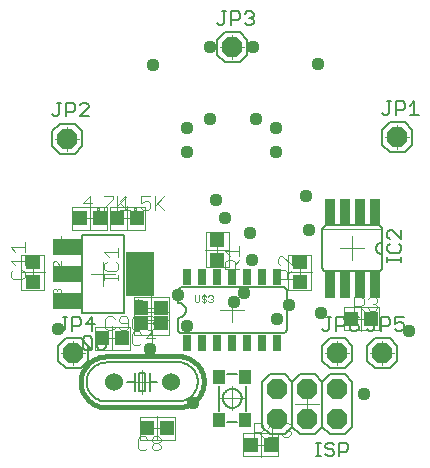
<source format=gto>
G75*
G70*
%OFA0B0*%
%FSLAX24Y24*%
%IPPOS*%
%LPD*%
%AMOC8*
5,1,8,0,0,1.08239X$1,22.5*
%
%ADD10C,0.0080*%
%ADD11R,0.0316X0.0552*%
%ADD12C,0.0020*%
%ADD13C,0.0000*%
%ADD14C,0.0160*%
%ADD15C,0.0060*%
%ADD16C,0.0600*%
%ADD17C,0.0050*%
%ADD18R,0.0340X0.0880*%
%ADD19OC8,0.0680*%
%ADD20C,0.0059*%
%ADD21R,0.0395X0.0474*%
%ADD22R,0.0474X0.0513*%
%ADD23C,0.0040*%
%ADD24R,0.0513X0.0474*%
%ADD25R,0.0960X0.0560*%
%ADD26R,0.0946X0.1497*%
%ADD27C,0.0440*%
D10*
X002911Y005510D02*
X002911Y008090D01*
X004311Y008090D01*
X004311Y005510D01*
X002911Y005510D01*
X006091Y005340D02*
X006091Y004944D01*
X006096Y004924D01*
X006104Y004905D01*
X006115Y004887D01*
X006128Y004871D01*
X006144Y004858D01*
X006161Y004847D01*
X006180Y004839D01*
X006200Y004834D01*
X006221Y004832D01*
X006242Y004833D01*
X006241Y004834D02*
X009621Y004834D01*
X009621Y004833D02*
X009641Y004838D01*
X009660Y004846D01*
X009678Y004857D01*
X009694Y004870D01*
X009707Y004886D01*
X009718Y004903D01*
X009726Y004922D01*
X009731Y004942D01*
X009733Y004963D01*
X009732Y004984D01*
X009731Y004984D02*
X009731Y006216D01*
X009729Y006239D01*
X009724Y006262D01*
X009715Y006284D01*
X009702Y006304D01*
X009687Y006322D01*
X009669Y006337D01*
X009649Y006350D01*
X009627Y006359D01*
X009604Y006364D01*
X009581Y006366D01*
X006241Y006366D01*
X006241Y006367D02*
X006217Y006362D01*
X006194Y006354D01*
X006173Y006343D01*
X006153Y006329D01*
X006135Y006312D01*
X006120Y006293D01*
X006107Y006272D01*
X006098Y006250D01*
X006092Y006226D01*
X006090Y006202D01*
X006091Y006177D01*
X006091Y006172D02*
X006091Y005840D01*
X006111Y005840D02*
X006141Y005838D01*
X006171Y005833D01*
X006200Y005824D01*
X006227Y005811D01*
X006253Y005796D01*
X006277Y005777D01*
X006298Y005756D01*
X006317Y005732D01*
X006332Y005706D01*
X006345Y005679D01*
X006354Y005650D01*
X006359Y005620D01*
X006361Y005590D01*
X006359Y005560D01*
X006354Y005530D01*
X006345Y005501D01*
X006332Y005474D01*
X006317Y005448D01*
X006298Y005424D01*
X006277Y005403D01*
X006253Y005384D01*
X006227Y005369D01*
X006200Y005356D01*
X006171Y005347D01*
X006141Y005342D01*
X006111Y005340D01*
X007726Y003461D02*
X008085Y003461D01*
X008368Y003059D02*
X008368Y002241D01*
X008085Y001847D02*
X007726Y001847D01*
X007463Y002241D02*
X007463Y003059D01*
D11*
X007411Y004498D03*
X006911Y004498D03*
X006411Y004498D03*
X007911Y004498D03*
X008411Y004498D03*
X008911Y004498D03*
X009411Y004498D03*
X009411Y006702D03*
X008911Y006702D03*
X008411Y006702D03*
X007911Y006702D03*
X007411Y006702D03*
X006911Y006702D03*
X006411Y006702D03*
D12*
X006671Y006080D02*
X006671Y005897D01*
X006708Y005860D01*
X006781Y005860D01*
X006818Y005897D01*
X006818Y006080D01*
X006892Y006043D02*
X006892Y006007D01*
X006929Y005970D01*
X007002Y005970D01*
X007039Y005933D01*
X007039Y005897D01*
X007002Y005860D01*
X006929Y005860D01*
X006892Y005897D01*
X006966Y005823D02*
X006966Y006117D01*
X007002Y006080D02*
X006929Y006080D01*
X006892Y006043D01*
X007002Y006080D02*
X007039Y006043D01*
X007113Y006043D02*
X007150Y006080D01*
X007223Y006080D01*
X007260Y006043D01*
X007260Y006007D01*
X007223Y005970D01*
X007260Y005933D01*
X007260Y005897D01*
X007223Y005860D01*
X007150Y005860D01*
X007113Y005897D01*
X007187Y005970D02*
X007223Y005970D01*
X007024Y007020D02*
X007024Y008180D01*
X007798Y008180D01*
X007798Y007020D01*
X007024Y007020D01*
X005791Y006037D02*
X005791Y005263D01*
X004631Y005263D01*
X004631Y006037D01*
X005791Y006037D01*
X005791Y005537D02*
X005791Y004763D01*
X004631Y004763D01*
X004631Y005537D01*
X005791Y005537D01*
X004491Y005037D02*
X004491Y004263D01*
X003331Y004263D01*
X003331Y005037D01*
X004491Y005037D01*
X001648Y006270D02*
X000874Y006270D01*
X000874Y007430D01*
X001648Y007430D01*
X001648Y006270D01*
X002581Y008263D02*
X002581Y009037D01*
X003741Y009037D01*
X003741Y008263D01*
X002581Y008263D01*
X003831Y008263D02*
X003831Y009037D01*
X004991Y009037D01*
X004991Y008263D01*
X003831Y008263D01*
X009774Y007430D02*
X009774Y006270D01*
X010548Y006270D01*
X010548Y007430D01*
X009774Y007430D01*
X010911Y008280D02*
X012911Y008280D01*
X012791Y005687D02*
X011631Y005687D01*
X011631Y004913D01*
X012791Y004913D01*
X012791Y005687D01*
X009441Y001487D02*
X009441Y000713D01*
X008281Y000713D01*
X008281Y001487D01*
X009441Y001487D01*
X005991Y001263D02*
X005991Y002037D01*
X004831Y002037D01*
X004831Y001263D01*
X005991Y001263D01*
D13*
X005811Y001650D02*
X005011Y001650D01*
X005411Y001250D02*
X005411Y002050D01*
X004911Y002800D02*
X004911Y003600D01*
X004511Y003200D02*
X005311Y003200D01*
X005211Y004750D02*
X005211Y005550D01*
X005211Y005250D02*
X005211Y006050D01*
X004811Y005650D02*
X005611Y005650D01*
X005611Y005150D02*
X004811Y005150D01*
X004311Y004650D02*
X003511Y004650D01*
X003911Y004250D02*
X003911Y005050D01*
X003011Y004150D02*
X002211Y004150D01*
X002611Y003750D02*
X002611Y004550D01*
X003611Y006400D02*
X003611Y007200D01*
X003211Y006800D02*
X004011Y006800D01*
X004411Y008250D02*
X004411Y009050D01*
X004011Y008650D02*
X004811Y008650D01*
X003561Y008650D02*
X002761Y008650D01*
X003161Y008250D02*
X003161Y009050D01*
X002411Y010900D02*
X002411Y011700D01*
X002011Y011300D02*
X002811Y011300D01*
X001261Y007250D02*
X001261Y006450D01*
X000861Y006850D02*
X001661Y006850D01*
X007011Y007600D02*
X007811Y007600D01*
X007411Y007200D02*
X007411Y008000D01*
X007911Y006000D02*
X007911Y005200D01*
X007511Y005600D02*
X008311Y005600D01*
X009761Y006850D02*
X010561Y006850D01*
X010161Y006450D02*
X010161Y007250D01*
X011511Y007650D02*
X012311Y007650D01*
X011911Y007250D02*
X011911Y008050D01*
X012211Y005700D02*
X012211Y004900D01*
X011811Y005300D02*
X012611Y005300D01*
X012911Y004550D02*
X012911Y003750D01*
X012511Y004150D02*
X013311Y004150D01*
X011811Y004150D02*
X011011Y004150D01*
X011411Y003750D02*
X011411Y004550D01*
X010411Y002850D02*
X010411Y002050D01*
X010011Y002450D02*
X010811Y002450D01*
X009261Y001100D02*
X008461Y001100D01*
X008861Y000700D02*
X008861Y001500D01*
X007911Y002250D02*
X007911Y003050D01*
X007511Y002650D02*
X008311Y002650D01*
X013411Y010950D02*
X013411Y011750D01*
X013011Y011350D02*
X013811Y011350D01*
X008311Y014350D02*
X007511Y014350D01*
X007911Y013950D02*
X007911Y014750D01*
D14*
X006108Y004054D02*
X003708Y004046D01*
X003651Y004044D01*
X003595Y004038D01*
X003539Y004028D01*
X003484Y004015D01*
X003429Y003998D01*
X003376Y003977D01*
X003325Y003953D01*
X003275Y003926D01*
X003228Y003895D01*
X003182Y003861D01*
X003139Y003824D01*
X003098Y003785D01*
X003060Y003743D01*
X003025Y003698D01*
X002993Y003651D01*
X002964Y003602D01*
X002939Y003551D01*
X002917Y003499D01*
X002898Y003445D01*
X002883Y003390D01*
X002872Y003334D01*
X002865Y003278D01*
X002861Y003221D01*
X002862Y003165D01*
X002866Y003108D01*
X002873Y003052D01*
X002885Y002996D01*
X002900Y002941D01*
X002919Y002888D01*
X002941Y002836D01*
X002967Y002785D01*
X002996Y002736D01*
X003028Y002689D01*
X003064Y002645D01*
X003102Y002603D01*
X003143Y002564D01*
X003187Y002527D01*
X003232Y002494D01*
X003280Y002463D01*
X003330Y002436D01*
X003382Y002412D01*
X003435Y002392D01*
X003489Y002375D01*
X003545Y002362D01*
X003601Y002353D01*
X003657Y002348D01*
X003714Y002346D01*
X006114Y002354D01*
X006171Y002356D01*
X006227Y002362D01*
X006283Y002372D01*
X006338Y002385D01*
X006393Y002402D01*
X006446Y002423D01*
X006497Y002447D01*
X006547Y002474D01*
X006594Y002505D01*
X006640Y002539D01*
X006683Y002576D01*
X006724Y002615D01*
X006762Y002657D01*
X006797Y002702D01*
X006829Y002749D01*
X006858Y002798D01*
X006883Y002849D01*
X006905Y002901D01*
X006924Y002955D01*
X006939Y003010D01*
X006950Y003066D01*
X006957Y003122D01*
X006961Y003179D01*
X006960Y003235D01*
X006956Y003292D01*
X006949Y003348D01*
X006937Y003404D01*
X006922Y003459D01*
X006903Y003512D01*
X006881Y003564D01*
X006855Y003615D01*
X006826Y003664D01*
X006794Y003711D01*
X006758Y003755D01*
X006720Y003797D01*
X006679Y003836D01*
X006635Y003873D01*
X006590Y003906D01*
X006542Y003937D01*
X006492Y003964D01*
X006440Y003988D01*
X006387Y004008D01*
X006333Y004025D01*
X006277Y004038D01*
X006221Y004047D01*
X006165Y004052D01*
X006108Y004054D01*
D15*
X002861Y003650D02*
X002361Y003650D01*
X002111Y003900D01*
X002111Y004400D01*
X002361Y004650D01*
X002861Y004650D01*
X003111Y004400D01*
X003111Y003900D01*
X002861Y003650D01*
X003709Y003846D02*
X006109Y003854D01*
X006158Y003852D01*
X006208Y003847D01*
X006257Y003837D01*
X006305Y003824D01*
X006352Y003808D01*
X006397Y003788D01*
X006441Y003764D01*
X006483Y003737D01*
X006523Y003707D01*
X006560Y003674D01*
X006595Y003638D01*
X006627Y003600D01*
X006655Y003559D01*
X006681Y003517D01*
X006703Y003472D01*
X006722Y003426D01*
X006737Y003378D01*
X006749Y003330D01*
X006756Y003281D01*
X006760Y003231D01*
X006761Y003181D01*
X006757Y003132D01*
X006750Y003082D01*
X006738Y003034D01*
X006724Y002986D01*
X006705Y002940D01*
X006683Y002895D01*
X006658Y002853D01*
X006629Y002812D01*
X006598Y002773D01*
X006563Y002737D01*
X006526Y002704D01*
X006487Y002674D01*
X006445Y002646D01*
X006401Y002623D01*
X006356Y002602D01*
X006309Y002585D01*
X006261Y002572D01*
X006212Y002562D01*
X006163Y002556D01*
X006113Y002554D01*
X006114Y002554D02*
X003714Y002546D01*
X003713Y002546D02*
X003664Y002548D01*
X003614Y002553D01*
X003565Y002563D01*
X003517Y002576D01*
X003470Y002592D01*
X003425Y002612D01*
X003381Y002636D01*
X003339Y002663D01*
X003299Y002693D01*
X003262Y002726D01*
X003227Y002762D01*
X003195Y002800D01*
X003167Y002841D01*
X003141Y002883D01*
X003119Y002928D01*
X003100Y002974D01*
X003085Y003022D01*
X003073Y003070D01*
X003066Y003119D01*
X003062Y003169D01*
X003061Y003219D01*
X003065Y003268D01*
X003072Y003318D01*
X003084Y003366D01*
X003098Y003414D01*
X003117Y003460D01*
X003139Y003505D01*
X003164Y003547D01*
X003193Y003588D01*
X003224Y003627D01*
X003259Y003663D01*
X003296Y003696D01*
X003335Y003726D01*
X003377Y003754D01*
X003421Y003777D01*
X003466Y003798D01*
X003513Y003815D01*
X003561Y003828D01*
X003610Y003838D01*
X003659Y003844D01*
X003709Y003846D01*
X004411Y003198D02*
X004661Y003199D01*
X004662Y002899D01*
X004812Y002900D02*
X004810Y003500D01*
X005010Y003500D01*
X005012Y002900D01*
X004812Y002900D01*
X004661Y003199D02*
X004660Y003499D01*
X005160Y003501D02*
X005161Y003201D01*
X005411Y003202D01*
X005161Y003201D02*
X005162Y002901D01*
X008911Y003200D02*
X008911Y001700D01*
X009161Y001450D01*
X009661Y001450D01*
X009911Y001700D01*
X009911Y003200D01*
X009661Y003450D01*
X009161Y003450D01*
X008911Y003200D01*
X009911Y003200D02*
X010161Y003450D01*
X010661Y003450D01*
X010911Y003200D01*
X010911Y001700D01*
X010661Y001450D01*
X010161Y001450D01*
X009911Y001700D01*
X010911Y001700D02*
X011161Y001450D01*
X011661Y001450D01*
X011911Y001700D01*
X011911Y003200D01*
X011661Y003450D01*
X011161Y003450D01*
X010911Y003200D01*
X011161Y003650D02*
X011661Y003650D01*
X011911Y003900D01*
X011911Y004400D01*
X011661Y004650D01*
X011161Y004650D01*
X010911Y004400D01*
X010911Y003900D01*
X011161Y003650D01*
X012411Y003900D02*
X012661Y003650D01*
X013161Y003650D01*
X013411Y003900D01*
X013411Y004400D01*
X013161Y004650D01*
X012661Y004650D01*
X012411Y004400D01*
X012411Y003900D01*
X012761Y006880D02*
X011061Y006880D01*
X011038Y006882D01*
X011015Y006887D01*
X010993Y006896D01*
X010973Y006909D01*
X010955Y006924D01*
X010940Y006942D01*
X010927Y006962D01*
X010918Y006984D01*
X010913Y007007D01*
X010911Y007030D01*
X010911Y008270D01*
X010913Y008293D01*
X010918Y008316D01*
X010927Y008338D01*
X010940Y008358D01*
X010955Y008376D01*
X010973Y008391D01*
X010993Y008404D01*
X011015Y008413D01*
X011038Y008418D01*
X011061Y008420D01*
X012761Y008420D01*
X012784Y008418D01*
X012807Y008413D01*
X012829Y008404D01*
X012849Y008391D01*
X012867Y008376D01*
X012882Y008358D01*
X012895Y008338D01*
X012904Y008316D01*
X012909Y008293D01*
X012911Y008270D01*
X012911Y007850D01*
X012911Y007450D01*
X012911Y007030D01*
X012909Y007007D01*
X012904Y006984D01*
X012895Y006962D01*
X012882Y006942D01*
X012867Y006924D01*
X012849Y006909D01*
X012829Y006896D01*
X012807Y006887D01*
X012784Y006882D01*
X012761Y006880D01*
X012911Y007450D02*
X012884Y007452D01*
X012857Y007457D01*
X012831Y007467D01*
X012807Y007479D01*
X012785Y007495D01*
X012765Y007513D01*
X012748Y007535D01*
X012733Y007558D01*
X012723Y007583D01*
X012715Y007609D01*
X012711Y007636D01*
X012711Y007664D01*
X012715Y007691D01*
X012723Y007717D01*
X012733Y007742D01*
X012748Y007765D01*
X012765Y007787D01*
X012785Y007805D01*
X012807Y007821D01*
X012831Y007833D01*
X012857Y007843D01*
X012884Y007848D01*
X012911Y007850D01*
X013161Y010850D02*
X013661Y010850D01*
X013911Y011100D01*
X013911Y011600D01*
X013661Y011850D01*
X013161Y011850D01*
X012911Y011600D01*
X012911Y011100D01*
X013161Y010850D01*
X008411Y014100D02*
X008161Y013850D01*
X007661Y013850D01*
X007411Y014100D01*
X007411Y014600D01*
X007661Y014850D01*
X008161Y014850D01*
X008411Y014600D01*
X008411Y014100D01*
X002911Y011550D02*
X002911Y011050D01*
X002661Y010800D01*
X002161Y010800D01*
X001911Y011050D01*
X001911Y011550D01*
X002161Y011800D01*
X002661Y011800D01*
X002911Y011550D01*
D16*
X003961Y003197D03*
X005861Y003203D03*
D17*
X003693Y004346D02*
X003693Y004421D01*
X003617Y004496D01*
X003392Y004495D01*
X003393Y004345D01*
X003468Y004270D01*
X003618Y004270D01*
X003693Y004346D01*
X003542Y004646D02*
X003392Y004495D01*
X003542Y004646D02*
X003692Y004721D01*
X003232Y004644D02*
X003233Y004344D01*
X003158Y004269D01*
X003008Y004268D01*
X002932Y004343D01*
X002931Y004643D01*
X003006Y004719D01*
X003156Y004719D01*
X003232Y004644D01*
X003252Y004895D02*
X003252Y005345D01*
X003027Y005120D01*
X003327Y005120D01*
X002867Y005120D02*
X002792Y005045D01*
X002567Y005045D01*
X002567Y004895D02*
X002567Y005345D01*
X002792Y005345D01*
X002867Y005270D01*
X002867Y005120D01*
X002407Y005345D02*
X002256Y005345D01*
X002332Y005345D02*
X002332Y004970D01*
X002256Y004895D01*
X002181Y004895D01*
X002106Y004970D01*
X003082Y004419D02*
X003233Y004269D01*
X010709Y001175D02*
X010859Y001175D01*
X010784Y001175D02*
X010784Y000725D01*
X010709Y000725D02*
X010859Y000725D01*
X011016Y000800D02*
X011091Y000725D01*
X011241Y000725D01*
X011316Y000800D01*
X011316Y000875D01*
X011241Y000950D01*
X011091Y000950D01*
X011016Y001025D01*
X011016Y001100D01*
X011091Y001175D01*
X011241Y001175D01*
X011316Y001100D01*
X011476Y001175D02*
X011701Y001175D01*
X011776Y001100D01*
X011776Y000950D01*
X011701Y000875D01*
X011476Y000875D01*
X011476Y000725D02*
X011476Y001175D01*
X011367Y004895D02*
X011367Y005345D01*
X011592Y005345D01*
X011667Y005270D01*
X011667Y005120D01*
X011592Y005045D01*
X011367Y005045D01*
X011132Y004970D02*
X011132Y005345D01*
X011207Y005345D02*
X011056Y005345D01*
X011132Y004970D02*
X011056Y004895D01*
X010981Y004895D01*
X010906Y004970D01*
X011827Y004970D02*
X011902Y004895D01*
X012052Y004895D01*
X012127Y004970D01*
X012127Y005045D01*
X012052Y005120D01*
X011827Y005120D01*
X011827Y004970D01*
X011827Y005120D02*
X011977Y005270D01*
X012127Y005345D01*
X012556Y005345D02*
X012707Y005345D01*
X012632Y005345D02*
X012632Y004970D01*
X012556Y004895D01*
X012481Y004895D01*
X012406Y004970D01*
X012867Y004895D02*
X012867Y005345D01*
X013092Y005345D01*
X013167Y005270D01*
X013167Y005120D01*
X013092Y005045D01*
X012867Y005045D01*
X013327Y004970D02*
X013402Y004895D01*
X013552Y004895D01*
X013627Y004970D01*
X013627Y005120D01*
X013552Y005195D01*
X013477Y005195D01*
X013327Y005120D01*
X013327Y005345D01*
X013627Y005345D01*
X013536Y007197D02*
X013536Y007347D01*
X013536Y007272D02*
X013086Y007272D01*
X013086Y007197D02*
X013086Y007347D01*
X013161Y007504D02*
X013461Y007504D01*
X013536Y007579D01*
X013536Y007729D01*
X013461Y007804D01*
X013536Y007965D02*
X013236Y008265D01*
X013161Y008265D01*
X013086Y008190D01*
X013086Y008040D01*
X013161Y007965D01*
X013161Y007804D02*
X013086Y007729D01*
X013086Y007579D01*
X013161Y007504D01*
X013536Y007965D02*
X013536Y008265D01*
X013367Y012095D02*
X013367Y012545D01*
X013592Y012545D01*
X013667Y012470D01*
X013667Y012320D01*
X013592Y012245D01*
X013367Y012245D01*
X013132Y012170D02*
X013132Y012545D01*
X013207Y012545D02*
X013056Y012545D01*
X013132Y012170D02*
X013056Y012095D01*
X012981Y012095D01*
X012906Y012170D01*
X013827Y012095D02*
X014127Y012095D01*
X013977Y012095D02*
X013977Y012545D01*
X013827Y012395D01*
X008627Y015170D02*
X008552Y015095D01*
X008402Y015095D01*
X008327Y015170D01*
X008477Y015320D02*
X008552Y015320D01*
X008627Y015245D01*
X008627Y015170D01*
X008552Y015320D02*
X008627Y015395D01*
X008627Y015470D01*
X008552Y015545D01*
X008402Y015545D01*
X008327Y015470D01*
X008167Y015470D02*
X008167Y015320D01*
X008092Y015245D01*
X007867Y015245D01*
X007867Y015095D02*
X007867Y015545D01*
X008092Y015545D01*
X008167Y015470D01*
X007707Y015545D02*
X007556Y015545D01*
X007632Y015545D02*
X007632Y015170D01*
X007556Y015095D01*
X007481Y015095D01*
X007406Y015170D01*
X003127Y012420D02*
X003127Y012345D01*
X002827Y012045D01*
X003127Y012045D01*
X003127Y012420D02*
X003052Y012495D01*
X002902Y012495D01*
X002827Y012420D01*
X002667Y012420D02*
X002667Y012270D01*
X002592Y012195D01*
X002367Y012195D01*
X002367Y012045D02*
X002367Y012495D01*
X002592Y012495D01*
X002667Y012420D01*
X002207Y012495D02*
X002056Y012495D01*
X002132Y012495D02*
X002132Y012120D01*
X002056Y012045D01*
X001981Y012045D01*
X001906Y012120D01*
D18*
X011161Y008860D03*
X011661Y008860D03*
X012161Y008860D03*
X012661Y008860D03*
X012661Y006440D03*
X012161Y006440D03*
X011661Y006440D03*
X011161Y006440D03*
D19*
X011411Y004150D03*
X011411Y002950D03*
X010411Y002950D03*
X009411Y002950D03*
X009411Y001950D03*
X010411Y001950D03*
X011411Y001950D03*
X012911Y004150D03*
X013411Y011350D03*
X007911Y014350D03*
X002411Y011300D03*
X002611Y004150D03*
D20*
X007596Y002650D02*
X007598Y002685D01*
X007604Y002720D01*
X007614Y002754D01*
X007627Y002787D01*
X007644Y002818D01*
X007665Y002846D01*
X007688Y002873D01*
X007715Y002896D01*
X007743Y002917D01*
X007774Y002934D01*
X007807Y002947D01*
X007841Y002957D01*
X007876Y002963D01*
X007911Y002965D01*
X007946Y002963D01*
X007981Y002957D01*
X008015Y002947D01*
X008048Y002934D01*
X008079Y002917D01*
X008107Y002896D01*
X008134Y002873D01*
X008157Y002846D01*
X008178Y002818D01*
X008195Y002787D01*
X008208Y002754D01*
X008218Y002720D01*
X008224Y002685D01*
X008226Y002650D01*
X008224Y002615D01*
X008218Y002580D01*
X008208Y002546D01*
X008195Y002513D01*
X008178Y002482D01*
X008157Y002454D01*
X008134Y002427D01*
X008107Y002404D01*
X008079Y002383D01*
X008048Y002366D01*
X008015Y002353D01*
X007981Y002343D01*
X007946Y002337D01*
X007911Y002335D01*
X007876Y002337D01*
X007841Y002343D01*
X007807Y002353D01*
X007774Y002366D01*
X007743Y002383D01*
X007715Y002404D01*
X007688Y002427D01*
X007665Y002454D01*
X007644Y002482D01*
X007627Y002513D01*
X007614Y002546D01*
X007604Y002580D01*
X007598Y002615D01*
X007596Y002650D01*
D21*
X007478Y001941D03*
X008344Y001941D03*
X008344Y003359D03*
X007478Y003359D03*
D22*
X008527Y001100D03*
X009196Y001100D03*
X011877Y005300D03*
X012546Y005300D03*
X004746Y008650D03*
X004077Y008650D03*
X003496Y008650D03*
X002827Y008650D03*
X001261Y007185D03*
X001261Y006515D03*
D23*
X000991Y006697D02*
X000991Y006850D01*
X000915Y006927D01*
X000991Y007080D02*
X000991Y007387D01*
X000991Y007234D02*
X000531Y007234D01*
X000684Y007080D01*
X000608Y006927D02*
X000531Y006850D01*
X000531Y006697D01*
X000608Y006620D01*
X000915Y006620D01*
X000991Y006697D01*
X000991Y007541D02*
X000991Y007848D01*
X000991Y007694D02*
X000531Y007694D01*
X000684Y007541D01*
X001927Y007174D02*
X001927Y007080D01*
X001974Y007033D01*
X001927Y007174D02*
X001974Y007220D01*
X002021Y007220D01*
X002208Y007033D01*
X002208Y007220D01*
X002211Y007885D02*
X002211Y008071D01*
X002211Y007978D02*
X001931Y007978D01*
X002025Y007885D01*
X003162Y008920D02*
X003162Y009380D01*
X002931Y009150D01*
X003238Y009150D01*
X003392Y008997D02*
X003468Y008997D01*
X003468Y008920D01*
X003392Y008920D01*
X003392Y008997D01*
X003622Y008997D02*
X003622Y008920D01*
X003622Y008997D02*
X003929Y009304D01*
X003929Y009380D01*
X003622Y009380D01*
X004082Y009380D02*
X004082Y008920D01*
X004181Y008920D02*
X004488Y008920D01*
X004389Y008920D02*
X004159Y009150D01*
X004181Y009227D02*
X004335Y009380D01*
X004335Y008920D01*
X004082Y009073D02*
X004389Y009380D01*
X004642Y008997D02*
X004718Y008997D01*
X004718Y008920D01*
X004642Y008920D01*
X004642Y008997D01*
X004872Y008997D02*
X004949Y008920D01*
X005102Y008920D01*
X005179Y008997D01*
X005179Y009150D01*
X005102Y009227D01*
X005025Y009227D01*
X004872Y009150D01*
X004872Y009380D01*
X005179Y009380D01*
X005332Y009380D02*
X005332Y008920D01*
X005332Y009073D02*
X005639Y009380D01*
X005409Y009150D02*
X005639Y008920D01*
X004111Y007667D02*
X004111Y007360D01*
X004111Y007513D02*
X003651Y007513D01*
X003804Y007360D01*
X003728Y007206D02*
X003651Y007129D01*
X003651Y006976D01*
X003728Y006899D01*
X004035Y006899D01*
X004111Y006976D01*
X004111Y007129D01*
X004035Y007206D01*
X004111Y006746D02*
X004111Y006592D01*
X004111Y006669D02*
X003651Y006669D01*
X003651Y006592D02*
X003651Y006746D01*
X004631Y005915D02*
X004771Y005775D01*
X004771Y005962D01*
X004911Y005915D02*
X004631Y005915D01*
X004637Y005380D02*
X004561Y005304D01*
X004561Y004997D01*
X004637Y004920D01*
X004791Y004920D01*
X004867Y004997D01*
X004791Y004880D02*
X004637Y004880D01*
X004561Y004804D01*
X004561Y004497D01*
X004637Y004420D01*
X004791Y004420D01*
X004867Y004497D01*
X005021Y004650D02*
X005328Y004650D01*
X005251Y004420D02*
X005251Y004880D01*
X005021Y004650D01*
X004867Y004804D02*
X004791Y004880D01*
X005021Y004997D02*
X005098Y004920D01*
X005251Y004920D01*
X005328Y004997D01*
X005328Y005073D01*
X005251Y005150D01*
X005174Y005150D01*
X005251Y005150D02*
X005328Y005227D01*
X005328Y005304D01*
X005251Y005380D01*
X005098Y005380D01*
X005021Y005304D01*
X004867Y005304D02*
X004791Y005380D01*
X004637Y005380D01*
X004449Y005304D02*
X004449Y004997D01*
X004372Y004920D01*
X004218Y004920D01*
X004142Y004997D01*
X003988Y004997D02*
X003912Y004920D01*
X003758Y004920D01*
X003681Y004997D01*
X003681Y005304D01*
X003758Y005380D01*
X003912Y005380D01*
X003988Y005304D01*
X004142Y005304D02*
X004142Y005227D01*
X004218Y005150D01*
X004449Y005150D01*
X004449Y005304D02*
X004372Y005380D01*
X004218Y005380D01*
X004142Y005304D01*
X002211Y006170D02*
X002165Y006123D01*
X002211Y006170D02*
X002211Y006264D01*
X002165Y006310D01*
X002118Y006310D01*
X002071Y006264D01*
X002071Y006217D01*
X002071Y006264D02*
X002025Y006310D01*
X001978Y006310D01*
X001931Y006264D01*
X001931Y006170D01*
X001978Y006123D01*
X004837Y001380D02*
X004761Y001304D01*
X004761Y000997D01*
X004837Y000920D01*
X004991Y000920D01*
X005067Y000997D01*
X005221Y000997D02*
X005221Y001073D01*
X005298Y001150D01*
X005451Y001150D01*
X005528Y001073D01*
X005528Y000997D01*
X005451Y000920D01*
X005298Y000920D01*
X005221Y000997D01*
X005298Y001150D02*
X005221Y001227D01*
X005221Y001304D01*
X005298Y001380D01*
X005451Y001380D01*
X005528Y001304D01*
X005528Y001227D01*
X005451Y001150D01*
X005067Y001304D02*
X004991Y001380D01*
X004837Y001380D01*
X008631Y001370D02*
X008631Y001830D01*
X008862Y001830D01*
X008938Y001754D01*
X008938Y001600D01*
X008862Y001523D01*
X008631Y001523D01*
X008785Y001523D02*
X008938Y001370D01*
X009092Y001370D02*
X009399Y001370D01*
X009245Y001370D02*
X009245Y001830D01*
X009092Y001677D01*
X009552Y001754D02*
X009629Y001830D01*
X009782Y001830D01*
X009859Y001754D01*
X009859Y001677D01*
X009782Y001600D01*
X009859Y001523D01*
X009859Y001447D01*
X009782Y001370D01*
X009629Y001370D01*
X009552Y001447D01*
X009706Y001600D02*
X009782Y001600D01*
X011981Y005570D02*
X011981Y006030D01*
X012212Y006030D01*
X012288Y005954D01*
X012288Y005800D01*
X012212Y005723D01*
X011981Y005723D01*
X012135Y005723D02*
X012288Y005570D01*
X012442Y005647D02*
X012518Y005570D01*
X012672Y005570D01*
X012749Y005647D01*
X012749Y005723D01*
X012672Y005800D01*
X012595Y005800D01*
X012672Y005800D02*
X012749Y005877D01*
X012749Y005954D01*
X012672Y006030D01*
X012518Y006030D01*
X012442Y005954D01*
X009891Y006620D02*
X009431Y006620D01*
X009431Y006850D01*
X009508Y006927D01*
X009661Y006927D01*
X009738Y006850D01*
X009738Y006620D01*
X009738Y006773D02*
X009891Y006927D01*
X009891Y007080D02*
X009584Y007387D01*
X009508Y007387D01*
X009431Y007311D01*
X009431Y007157D01*
X009508Y007080D01*
X009891Y007080D02*
X009891Y007387D01*
X008141Y007410D02*
X008141Y007717D01*
X008141Y007563D02*
X007681Y007563D01*
X007834Y007410D01*
X007758Y007256D02*
X007911Y007256D01*
X007988Y007179D01*
X007988Y006949D01*
X008141Y006949D02*
X007681Y006949D01*
X007681Y007179D01*
X007758Y007256D01*
X007988Y007103D02*
X008141Y007256D01*
D24*
X007411Y007265D03*
X007411Y007935D03*
X005546Y005650D03*
X005546Y005150D03*
X004877Y005150D03*
X004877Y005650D03*
X004246Y004650D03*
X003577Y004650D03*
X005077Y001650D03*
X005746Y001650D03*
X010161Y006515D03*
X010161Y007185D03*
D25*
X002391Y006800D03*
X002391Y005890D03*
X002391Y007710D03*
D26*
X004831Y006800D03*
D27*
X006111Y006100D03*
X006411Y005050D03*
X005161Y004300D03*
X006611Y002500D03*
X009411Y005300D03*
X009811Y005750D03*
X010861Y005500D03*
X008561Y007250D03*
X008511Y008150D03*
X007661Y008650D03*
X007361Y009250D03*
X006411Y010850D03*
X006411Y011650D03*
X007161Y011950D03*
X008711Y011950D03*
X009361Y011650D03*
X009361Y010850D03*
X010361Y009400D03*
X010461Y008250D03*
X008311Y006150D03*
X007961Y005850D03*
X012311Y002800D03*
X013811Y004900D03*
X005261Y013750D03*
X007161Y014350D03*
X008611Y014350D03*
X010761Y013800D03*
X002111Y004950D03*
M02*

</source>
